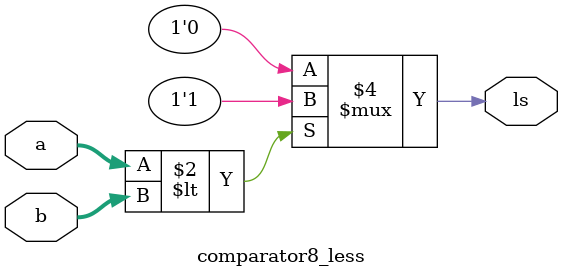
<source format=v>
module comparator8_less(
    input [7:0] a,
    input [7:0] b,
    output reg ls
);

    always @(*) begin
         if (a < b) begin
            ls = 1;
         end else begin
            ls = 0;
	 end
	 end

endmodule

</source>
